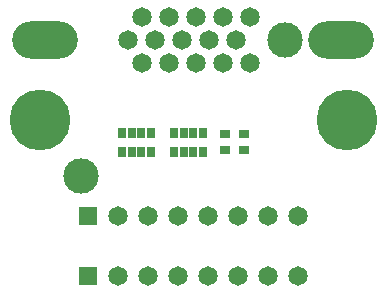
<source format=gts>
G04*
G04 #@! TF.GenerationSoftware,Altium Limited,Altium Designer,18.0.12 (696)*
G04*
G04 Layer_Color=8388736*
%FSLAX44Y44*%
%MOMM*%
G71*
G01*
G75*
%ADD14R,0.9500X0.8000*%
%ADD15R,0.6500X0.9500*%
%ADD16C,3.0000*%
%ADD17R,1.6500X1.6500*%
%ADD18C,1.6500*%
%ADD19O,5.5500X3.1500*%
%ADD20C,5.1500*%
D14*
X203000Y138250D02*
D03*
Y124750D02*
D03*
X187000Y138250D02*
D03*
Y124750D02*
D03*
D15*
X144000Y139000D02*
D03*
Y123000D02*
D03*
X152000D02*
D03*
X160000D02*
D03*
X168000D02*
D03*
X152000Y139000D02*
D03*
X160000D02*
D03*
X168000D02*
D03*
X124000D02*
D03*
X116000D02*
D03*
X108000D02*
D03*
X124000Y123000D02*
D03*
X116000D02*
D03*
X108000D02*
D03*
X100000D02*
D03*
Y139000D02*
D03*
D16*
X238000Y218000D02*
D03*
X65000Y103000D02*
D03*
D17*
X71200Y18000D02*
D03*
Y68800D02*
D03*
D18*
X96600Y18000D02*
D03*
X122000D02*
D03*
X147400D02*
D03*
X172800D02*
D03*
X198200D02*
D03*
X249000D02*
D03*
X223600D02*
D03*
Y68800D02*
D03*
X249000D02*
D03*
X198200D02*
D03*
X172800D02*
D03*
X147400D02*
D03*
X122000D02*
D03*
X96600D02*
D03*
X116450Y198200D02*
D03*
X139350D02*
D03*
X162250D02*
D03*
X185150D02*
D03*
X208050D02*
D03*
X105000Y218000D02*
D03*
X127900D02*
D03*
X150800D02*
D03*
X173700D02*
D03*
X196600D02*
D03*
X116450Y237800D02*
D03*
X139350D02*
D03*
X162250D02*
D03*
X185150D02*
D03*
X208050D02*
D03*
D19*
X284850Y218000D02*
D03*
X34550D02*
D03*
D20*
X30000Y150000D02*
D03*
X290000D02*
D03*
M02*

</source>
